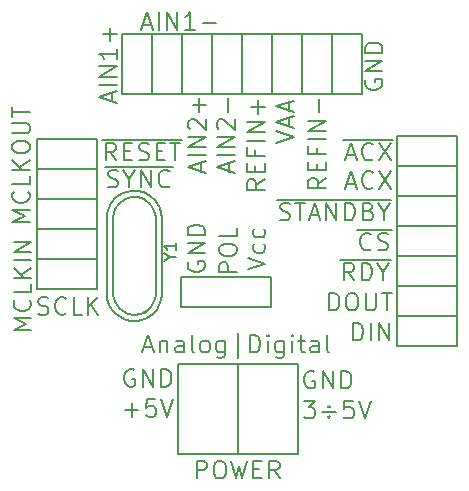
<source format=gbr>
G04 #@! TF.FileFunction,Legend,Top*
%FSLAX46Y46*%
G04 Gerber Fmt 4.6, Leading zero omitted, Abs format (unit mm)*
G04 Created by KiCad (PCBNEW 0.201512211246+6391~39~ubuntu15.10.1-stable) date St 23. prosinec 2015, 13:52:33 CET*
%MOMM*%
G01*
G04 APERTURE LIST*
%ADD10C,0.150000*%
%ADD11C,0.200000*%
%ADD12R,1.924000X1.924000*%
%ADD13C,6.400000*%
%ADD14C,1.901140*%
G04 APERTURE END LIST*
D10*
X136601714Y-114027571D02*
X136601714Y-112527571D01*
X137173142Y-112527571D01*
X137316000Y-112599000D01*
X137387428Y-112670429D01*
X137458857Y-112813286D01*
X137458857Y-113027571D01*
X137387428Y-113170429D01*
X137316000Y-113241857D01*
X137173142Y-113313286D01*
X136601714Y-113313286D01*
X138387428Y-112527571D02*
X138673142Y-112527571D01*
X138816000Y-112599000D01*
X138958857Y-112741857D01*
X139030285Y-113027571D01*
X139030285Y-113527571D01*
X138958857Y-113813286D01*
X138816000Y-113956143D01*
X138673142Y-114027571D01*
X138387428Y-114027571D01*
X138244571Y-113956143D01*
X138101714Y-113813286D01*
X138030285Y-113527571D01*
X138030285Y-113027571D01*
X138101714Y-112741857D01*
X138244571Y-112599000D01*
X138387428Y-112527571D01*
X139530286Y-112527571D02*
X139887429Y-114027571D01*
X140173143Y-112956143D01*
X140458857Y-114027571D01*
X140816000Y-112527571D01*
X141387429Y-113241857D02*
X141887429Y-113241857D01*
X142101715Y-114027571D02*
X141387429Y-114027571D01*
X141387429Y-112527571D01*
X142101715Y-112527571D01*
X143601715Y-114027571D02*
X143101715Y-113313286D01*
X142744572Y-114027571D02*
X142744572Y-112527571D01*
X143316000Y-112527571D01*
X143458858Y-112599000D01*
X143530286Y-112670429D01*
X143601715Y-112813286D01*
X143601715Y-113027571D01*
X143530286Y-113170429D01*
X143458858Y-113241857D01*
X143316000Y-113313286D01*
X142744572Y-113313286D01*
X140895571Y-96338714D02*
X142395571Y-95838714D01*
X140895571Y-95338714D01*
X142324143Y-94195857D02*
X142395571Y-94338714D01*
X142395571Y-94624428D01*
X142324143Y-94767286D01*
X142252714Y-94838714D01*
X142109857Y-94910143D01*
X141681286Y-94910143D01*
X141538429Y-94838714D01*
X141467000Y-94767286D01*
X141395571Y-94624428D01*
X141395571Y-94338714D01*
X141467000Y-94195857D01*
X142324143Y-92910143D02*
X142395571Y-93053000D01*
X142395571Y-93338714D01*
X142324143Y-93481572D01*
X142252714Y-93553000D01*
X142109857Y-93624429D01*
X141681286Y-93624429D01*
X141538429Y-93553000D01*
X141467000Y-93481572D01*
X141395571Y-93338714D01*
X141395571Y-93053000D01*
X141467000Y-92910143D01*
X135887000Y-95695857D02*
X135815571Y-95838714D01*
X135815571Y-96053000D01*
X135887000Y-96267285D01*
X136029857Y-96410143D01*
X136172714Y-96481571D01*
X136458429Y-96553000D01*
X136672714Y-96553000D01*
X136958429Y-96481571D01*
X137101286Y-96410143D01*
X137244143Y-96267285D01*
X137315571Y-96053000D01*
X137315571Y-95910143D01*
X137244143Y-95695857D01*
X137172714Y-95624428D01*
X136672714Y-95624428D01*
X136672714Y-95910143D01*
X137315571Y-94981571D02*
X135815571Y-94981571D01*
X137315571Y-94124428D01*
X135815571Y-94124428D01*
X137315571Y-93410142D02*
X135815571Y-93410142D01*
X135815571Y-93052999D01*
X135887000Y-92838714D01*
X136029857Y-92695856D01*
X136172714Y-92624428D01*
X136458429Y-92552999D01*
X136672714Y-92552999D01*
X136958429Y-92624428D01*
X137101286Y-92695856D01*
X137244143Y-92838714D01*
X137315571Y-93052999D01*
X137315571Y-93410142D01*
X146543143Y-104979000D02*
X146400286Y-104907571D01*
X146186000Y-104907571D01*
X145971715Y-104979000D01*
X145828857Y-105121857D01*
X145757429Y-105264714D01*
X145686000Y-105550429D01*
X145686000Y-105764714D01*
X145757429Y-106050429D01*
X145828857Y-106193286D01*
X145971715Y-106336143D01*
X146186000Y-106407571D01*
X146328857Y-106407571D01*
X146543143Y-106336143D01*
X146614572Y-106264714D01*
X146614572Y-105764714D01*
X146328857Y-105764714D01*
X147257429Y-106407571D02*
X147257429Y-104907571D01*
X148114572Y-106407571D01*
X148114572Y-104907571D01*
X148828858Y-106407571D02*
X148828858Y-104907571D01*
X149186001Y-104907571D01*
X149400286Y-104979000D01*
X149543144Y-105121857D01*
X149614572Y-105264714D01*
X149686001Y-105550429D01*
X149686001Y-105764714D01*
X149614572Y-106050429D01*
X149543144Y-106193286D01*
X149400286Y-106336143D01*
X149186001Y-106407571D01*
X148828858Y-106407571D01*
X131303143Y-104852000D02*
X131160286Y-104780571D01*
X130946000Y-104780571D01*
X130731715Y-104852000D01*
X130588857Y-104994857D01*
X130517429Y-105137714D01*
X130446000Y-105423429D01*
X130446000Y-105637714D01*
X130517429Y-105923429D01*
X130588857Y-106066286D01*
X130731715Y-106209143D01*
X130946000Y-106280571D01*
X131088857Y-106280571D01*
X131303143Y-106209143D01*
X131374572Y-106137714D01*
X131374572Y-105637714D01*
X131088857Y-105637714D01*
X132017429Y-106280571D02*
X132017429Y-104780571D01*
X132874572Y-106280571D01*
X132874572Y-104780571D01*
X133588858Y-106280571D02*
X133588858Y-104780571D01*
X133946001Y-104780571D01*
X134160286Y-104852000D01*
X134303144Y-104994857D01*
X134374572Y-105137714D01*
X134446001Y-105423429D01*
X134446001Y-105637714D01*
X134374572Y-105923429D01*
X134303144Y-106066286D01*
X134160286Y-106209143D01*
X133946001Y-106280571D01*
X133588858Y-106280571D01*
D11*
X132117571Y-102931000D02*
X132831857Y-102931000D01*
X131974714Y-103359571D02*
X132474714Y-101859571D01*
X132974714Y-103359571D01*
X133474714Y-102359571D02*
X133474714Y-103359571D01*
X133474714Y-102502429D02*
X133546142Y-102431000D01*
X133689000Y-102359571D01*
X133903285Y-102359571D01*
X134046142Y-102431000D01*
X134117571Y-102573857D01*
X134117571Y-103359571D01*
X135474714Y-103359571D02*
X135474714Y-102573857D01*
X135403285Y-102431000D01*
X135260428Y-102359571D01*
X134974714Y-102359571D01*
X134831857Y-102431000D01*
X135474714Y-103288143D02*
X135331857Y-103359571D01*
X134974714Y-103359571D01*
X134831857Y-103288143D01*
X134760428Y-103145286D01*
X134760428Y-103002429D01*
X134831857Y-102859571D01*
X134974714Y-102788143D01*
X135331857Y-102788143D01*
X135474714Y-102716714D01*
X136403286Y-103359571D02*
X136260428Y-103288143D01*
X136189000Y-103145286D01*
X136189000Y-101859571D01*
X137189000Y-103359571D02*
X137046142Y-103288143D01*
X136974714Y-103216714D01*
X136903285Y-103073857D01*
X136903285Y-102645286D01*
X136974714Y-102502429D01*
X137046142Y-102431000D01*
X137189000Y-102359571D01*
X137403285Y-102359571D01*
X137546142Y-102431000D01*
X137617571Y-102502429D01*
X137689000Y-102645286D01*
X137689000Y-103073857D01*
X137617571Y-103216714D01*
X137546142Y-103288143D01*
X137403285Y-103359571D01*
X137189000Y-103359571D01*
X138974714Y-102359571D02*
X138974714Y-103573857D01*
X138903285Y-103716714D01*
X138831857Y-103788143D01*
X138689000Y-103859571D01*
X138474714Y-103859571D01*
X138331857Y-103788143D01*
X138974714Y-103288143D02*
X138831857Y-103359571D01*
X138546143Y-103359571D01*
X138403285Y-103288143D01*
X138331857Y-103216714D01*
X138260428Y-103073857D01*
X138260428Y-102645286D01*
X138331857Y-102502429D01*
X138403285Y-102431000D01*
X138546143Y-102359571D01*
X138831857Y-102359571D01*
X138974714Y-102431000D01*
X140046143Y-103859571D02*
X140046143Y-101716714D01*
X141117571Y-103359571D02*
X141117571Y-101859571D01*
X141474714Y-101859571D01*
X141688999Y-101931000D01*
X141831857Y-102073857D01*
X141903285Y-102216714D01*
X141974714Y-102502429D01*
X141974714Y-102716714D01*
X141903285Y-103002429D01*
X141831857Y-103145286D01*
X141688999Y-103288143D01*
X141474714Y-103359571D01*
X141117571Y-103359571D01*
X142617571Y-103359571D02*
X142617571Y-102359571D01*
X142617571Y-101859571D02*
X142546142Y-101931000D01*
X142617571Y-102002429D01*
X142688999Y-101931000D01*
X142617571Y-101859571D01*
X142617571Y-102002429D01*
X143974714Y-102359571D02*
X143974714Y-103573857D01*
X143903285Y-103716714D01*
X143831857Y-103788143D01*
X143689000Y-103859571D01*
X143474714Y-103859571D01*
X143331857Y-103788143D01*
X143974714Y-103288143D02*
X143831857Y-103359571D01*
X143546143Y-103359571D01*
X143403285Y-103288143D01*
X143331857Y-103216714D01*
X143260428Y-103073857D01*
X143260428Y-102645286D01*
X143331857Y-102502429D01*
X143403285Y-102431000D01*
X143546143Y-102359571D01*
X143831857Y-102359571D01*
X143974714Y-102431000D01*
X144689000Y-103359571D02*
X144689000Y-102359571D01*
X144689000Y-101859571D02*
X144617571Y-101931000D01*
X144689000Y-102002429D01*
X144760428Y-101931000D01*
X144689000Y-101859571D01*
X144689000Y-102002429D01*
X145189000Y-102359571D02*
X145760429Y-102359571D01*
X145403286Y-101859571D02*
X145403286Y-103145286D01*
X145474714Y-103288143D01*
X145617572Y-103359571D01*
X145760429Y-103359571D01*
X146903286Y-103359571D02*
X146903286Y-102573857D01*
X146831857Y-102431000D01*
X146689000Y-102359571D01*
X146403286Y-102359571D01*
X146260429Y-102431000D01*
X146903286Y-103288143D02*
X146760429Y-103359571D01*
X146403286Y-103359571D01*
X146260429Y-103288143D01*
X146189000Y-103145286D01*
X146189000Y-103002429D01*
X146260429Y-102859571D01*
X146403286Y-102788143D01*
X146760429Y-102788143D01*
X146903286Y-102716714D01*
X147831858Y-103359571D02*
X147689000Y-103288143D01*
X147617572Y-103145286D01*
X147617572Y-101859571D01*
D10*
X132763500Y-76392000D02*
X135303500Y-76392000D01*
X135303500Y-76392000D02*
X135303500Y-81472000D01*
X135303500Y-81472000D02*
X132763500Y-81472000D01*
X132763500Y-81472000D02*
X132763500Y-76392000D01*
X145146000Y-111952000D02*
X140066000Y-111952000D01*
X140066000Y-111952000D02*
X140066000Y-104332000D01*
X140066000Y-104332000D02*
X145146000Y-104332000D01*
X145146000Y-104332000D02*
X145146000Y-111952000D01*
X153528000Y-90108000D02*
X153528000Y-87568000D01*
X153528000Y-87568000D02*
X158608000Y-87568000D01*
X158608000Y-87568000D02*
X158608000Y-90108000D01*
X158608000Y-90108000D02*
X153528000Y-90108000D01*
X153528000Y-87568000D02*
X153528000Y-85028000D01*
X153528000Y-85028000D02*
X158608000Y-85028000D01*
X158608000Y-85028000D02*
X158608000Y-87568000D01*
X158608000Y-87568000D02*
X153528000Y-87568000D01*
X130223500Y-76392000D02*
X132763500Y-76392000D01*
X132763500Y-76392000D02*
X132763500Y-81472000D01*
X132763500Y-81472000D02*
X130223500Y-81472000D01*
X130223500Y-81472000D02*
X130223500Y-76392000D01*
X135303500Y-76392000D02*
X137843500Y-76392000D01*
X137843500Y-76392000D02*
X137843500Y-81472000D01*
X137843500Y-81472000D02*
X135303500Y-81472000D01*
X135303500Y-81472000D02*
X135303500Y-76392000D01*
X140383500Y-81472000D02*
X137843500Y-81472000D01*
X137843500Y-81472000D02*
X137843500Y-76392000D01*
X137843500Y-76392000D02*
X140383500Y-76392000D01*
X140383500Y-76392000D02*
X140383500Y-81472000D01*
X148018500Y-81470500D02*
X145478500Y-81470500D01*
X145478500Y-81470500D02*
X145478500Y-76390500D01*
X145478500Y-76390500D02*
X148018500Y-76390500D01*
X148018500Y-76390500D02*
X148018500Y-81470500D01*
X142923500Y-81472000D02*
X140383500Y-81472000D01*
X140383500Y-81472000D02*
X140383500Y-76392000D01*
X140383500Y-76392000D02*
X142923500Y-76392000D01*
X142923500Y-76392000D02*
X142923500Y-81472000D01*
X142860000Y-96966000D02*
X142860000Y-99506000D01*
X142860000Y-99506000D02*
X135240000Y-99506000D01*
X135240000Y-99506000D02*
X135240000Y-96966000D01*
X135240000Y-96966000D02*
X142860000Y-96966000D01*
X123048000Y-87822000D02*
X123048000Y-85282000D01*
X123048000Y-85282000D02*
X128128000Y-85282000D01*
X128128000Y-85282000D02*
X128128000Y-87822000D01*
X128128000Y-87822000D02*
X123048000Y-87822000D01*
X123048000Y-90362000D02*
X123048000Y-87822000D01*
X123048000Y-87822000D02*
X128128000Y-87822000D01*
X128128000Y-87822000D02*
X128128000Y-90362000D01*
X128128000Y-90362000D02*
X123048000Y-90362000D01*
X153528000Y-97728000D02*
X153528000Y-95188000D01*
X153528000Y-95188000D02*
X158608000Y-95188000D01*
X158608000Y-95188000D02*
X158608000Y-97728000D01*
X158608000Y-97728000D02*
X153528000Y-97728000D01*
X153528000Y-95188000D02*
X153528000Y-92648000D01*
X153528000Y-92648000D02*
X158608000Y-92648000D01*
X158608000Y-92648000D02*
X158608000Y-95188000D01*
X158608000Y-95188000D02*
X153528000Y-95188000D01*
X123048000Y-97982000D02*
X123048000Y-95442000D01*
X123048000Y-95442000D02*
X128128000Y-95442000D01*
X128128000Y-95442000D02*
X128128000Y-97982000D01*
X128128000Y-97982000D02*
X123048000Y-97982000D01*
X153528000Y-102808000D02*
X153528000Y-100268000D01*
X153528000Y-100268000D02*
X158608000Y-100268000D01*
X158608000Y-100268000D02*
X158608000Y-102808000D01*
X158608000Y-102808000D02*
X153528000Y-102808000D01*
X153528000Y-100268000D02*
X153528000Y-97728000D01*
X153528000Y-97728000D02*
X158608000Y-97728000D01*
X158608000Y-97728000D02*
X158608000Y-100268000D01*
X158608000Y-100268000D02*
X153528000Y-100268000D01*
X153528000Y-92648000D02*
X153528000Y-90108000D01*
X153528000Y-90108000D02*
X158608000Y-90108000D01*
X158608000Y-90108000D02*
X158608000Y-92648000D01*
X158608000Y-92648000D02*
X153528000Y-92648000D01*
X134986000Y-104332000D02*
X140066000Y-104332000D01*
X140066000Y-104332000D02*
X140066000Y-111952000D01*
X140066000Y-111952000D02*
X134986000Y-111952000D01*
X134986000Y-111952000D02*
X134986000Y-104332000D01*
X123048000Y-95442000D02*
X123048000Y-92902000D01*
X123048000Y-92902000D02*
X128128000Y-92902000D01*
X128128000Y-92902000D02*
X128128000Y-95442000D01*
X128128000Y-95442000D02*
X123048000Y-95442000D01*
X123048000Y-92902000D02*
X123048000Y-90362000D01*
X123048000Y-90362000D02*
X128128000Y-90362000D01*
X128128000Y-90362000D02*
X128128000Y-92902000D01*
X128128000Y-92902000D02*
X123048000Y-92902000D01*
X132303760Y-99887000D02*
X131902440Y-100087660D01*
X131902440Y-100087660D02*
X131303000Y-100189260D01*
X131303000Y-100189260D02*
X130802620Y-100087660D01*
X130802620Y-100087660D02*
X130104120Y-99688880D01*
X130104120Y-99688880D02*
X129702800Y-99086900D01*
X129702800Y-99086900D02*
X129502140Y-98487460D01*
X129502140Y-98487460D02*
X129502140Y-91888540D01*
X129502140Y-91888540D02*
X129702800Y-91187500D01*
X129702800Y-91187500D02*
X130002520Y-90788720D01*
X130002520Y-90788720D02*
X130502900Y-90387400D01*
X130502900Y-90387400D02*
X131102340Y-90186740D01*
X131102340Y-90186740D02*
X131602720Y-90186740D01*
X131602720Y-90186740D02*
X132103100Y-90387400D01*
X132103100Y-90387400D02*
X132702540Y-90887780D01*
X132702540Y-90887780D02*
X133002260Y-91388160D01*
X133002260Y-91388160D02*
X133103860Y-91888540D01*
X133103860Y-91987600D02*
X133103860Y-98589060D01*
X133103860Y-98589060D02*
X133002260Y-98987840D01*
X133002260Y-98987840D02*
X132702540Y-99488220D01*
X132702540Y-99488220D02*
X132202160Y-99988600D01*
X133632180Y-91997760D02*
X133583920Y-91538020D01*
X133583920Y-91538020D02*
X133472160Y-91139240D01*
X133472160Y-91139240D02*
X133253720Y-90707440D01*
X133253720Y-90707440D02*
X133022580Y-90417880D01*
X133022580Y-90417880D02*
X132672060Y-90087680D01*
X132672060Y-90087680D02*
X132133580Y-89798120D01*
X132133580Y-89798120D02*
X131534140Y-89668580D01*
X131534140Y-89668580D02*
X131023600Y-89668580D01*
X131023600Y-89668580D02*
X130322560Y-89838760D01*
X130322560Y-89838760D02*
X129733280Y-90237540D01*
X129733280Y-90237540D02*
X129362440Y-90697280D01*
X129362440Y-90697280D02*
X129154160Y-91118920D01*
X129154160Y-91118920D02*
X128994140Y-91568500D01*
X128994140Y-91568500D02*
X128963660Y-92007920D01*
X129182100Y-99348520D02*
X129403080Y-99726980D01*
X129403080Y-99726980D02*
X129682480Y-100047020D01*
X129682480Y-100047020D02*
X130012680Y-100298480D01*
X130012680Y-100298480D02*
X130563860Y-100598200D01*
X130563860Y-100598200D02*
X131033760Y-100707420D01*
X131033760Y-100707420D02*
X131493500Y-100727740D01*
X131493500Y-100727740D02*
X131953240Y-100638840D01*
X131953240Y-100638840D02*
X132402820Y-100448340D01*
X132402820Y-100448340D02*
X132872720Y-100087660D01*
X132872720Y-100087660D02*
X133192760Y-99737140D01*
X133192760Y-99737140D02*
X133423900Y-99348520D01*
X133423900Y-99348520D02*
X133563600Y-98919260D01*
X133563600Y-98919260D02*
X133632180Y-98477300D01*
X128973820Y-91987600D02*
X128973820Y-98439200D01*
X128973820Y-98439200D02*
X129011920Y-98858300D01*
X129011920Y-98858300D02*
X129182100Y-99348520D01*
X133632180Y-91987600D02*
X133632180Y-98439200D01*
X142938500Y-76390500D02*
X145478500Y-76390500D01*
X145478500Y-76390500D02*
X145478500Y-81470500D01*
X145478500Y-81470500D02*
X142938500Y-81470500D01*
X142938500Y-81470500D02*
X142938500Y-76390500D01*
X148018500Y-76390500D02*
X150558500Y-76390500D01*
X150558500Y-76390500D02*
X150558500Y-81470500D01*
X150558500Y-81470500D02*
X148018500Y-81470500D01*
X148018500Y-81470500D02*
X148018500Y-76390500D01*
X132033643Y-75626000D02*
X132747929Y-75626000D01*
X131890786Y-76054571D02*
X132390786Y-74554571D01*
X132890786Y-76054571D01*
X133390786Y-76054571D02*
X133390786Y-74554571D01*
X134105072Y-76054571D02*
X134105072Y-74554571D01*
X134962215Y-76054571D01*
X134962215Y-74554571D01*
X136462215Y-76054571D02*
X135605072Y-76054571D01*
X136033644Y-76054571D02*
X136033644Y-74554571D01*
X135890787Y-74768857D01*
X135747929Y-74911714D01*
X135605072Y-74983143D01*
X137105072Y-75483143D02*
X138247929Y-75483143D01*
X145662287Y-107447571D02*
X146590858Y-107447571D01*
X146090858Y-108019000D01*
X146305144Y-108019000D01*
X146448001Y-108090429D01*
X146519430Y-108161857D01*
X146590858Y-108304714D01*
X146590858Y-108661857D01*
X146519430Y-108804714D01*
X146448001Y-108876143D01*
X146305144Y-108947571D01*
X145876572Y-108947571D01*
X145733715Y-108876143D01*
X145662287Y-108804714D01*
X148376572Y-108376143D02*
X147233715Y-108376143D01*
X147805143Y-108733286D02*
X147876572Y-108804714D01*
X147805143Y-108876143D01*
X147733715Y-108804714D01*
X147805143Y-108733286D01*
X147805143Y-108876143D01*
X147805143Y-107876143D02*
X147876572Y-107947571D01*
X147805143Y-108019000D01*
X147733715Y-107947571D01*
X147805143Y-107876143D01*
X147805143Y-108019000D01*
X149805144Y-107447571D02*
X149090858Y-107447571D01*
X149019429Y-108161857D01*
X149090858Y-108090429D01*
X149233715Y-108019000D01*
X149590858Y-108019000D01*
X149733715Y-108090429D01*
X149805144Y-108161857D01*
X149876572Y-108304714D01*
X149876572Y-108661857D01*
X149805144Y-108804714D01*
X149733715Y-108876143D01*
X149590858Y-108947571D01*
X149233715Y-108947571D01*
X149090858Y-108876143D01*
X149019429Y-108804714D01*
X150305143Y-107447571D02*
X150805143Y-108947571D01*
X151305143Y-107447571D01*
X149293572Y-89088000D02*
X150007858Y-89088000D01*
X149150715Y-89516571D02*
X149650715Y-88016571D01*
X150150715Y-89516571D01*
X151507858Y-89373714D02*
X151436429Y-89445143D01*
X151222143Y-89516571D01*
X151079286Y-89516571D01*
X150865001Y-89445143D01*
X150722143Y-89302286D01*
X150650715Y-89159429D01*
X150579286Y-88873714D01*
X150579286Y-88659429D01*
X150650715Y-88373714D01*
X150722143Y-88230857D01*
X150865001Y-88088000D01*
X151079286Y-88016571D01*
X151222143Y-88016571D01*
X151436429Y-88088000D01*
X151507858Y-88159429D01*
X152007858Y-88016571D02*
X153007858Y-89516571D01*
X153007858Y-88016571D02*
X152007858Y-89516571D01*
X149293572Y-86675000D02*
X150007858Y-86675000D01*
X149150715Y-87103571D02*
X149650715Y-85603571D01*
X150150715Y-87103571D01*
X151507858Y-86960714D02*
X151436429Y-87032143D01*
X151222143Y-87103571D01*
X151079286Y-87103571D01*
X150865001Y-87032143D01*
X150722143Y-86889286D01*
X150650715Y-86746429D01*
X150579286Y-86460714D01*
X150579286Y-86246429D01*
X150650715Y-85960714D01*
X150722143Y-85817857D01*
X150865001Y-85675000D01*
X151079286Y-85603571D01*
X151222143Y-85603571D01*
X151436429Y-85675000D01*
X151507858Y-85746429D01*
X152007858Y-85603571D02*
X153007858Y-87103571D01*
X153007858Y-85603571D02*
X152007858Y-87103571D01*
X149007858Y-85345000D02*
X153222143Y-85345000D01*
X129409000Y-82073357D02*
X129409000Y-81359071D01*
X129837571Y-82216214D02*
X128337571Y-81716214D01*
X129837571Y-81216214D01*
X129837571Y-80716214D02*
X128337571Y-80716214D01*
X129837571Y-80001928D02*
X128337571Y-80001928D01*
X129837571Y-79144785D01*
X128337571Y-79144785D01*
X129837571Y-77644785D02*
X129837571Y-78501928D01*
X129837571Y-78073356D02*
X128337571Y-78073356D01*
X128551857Y-78216213D01*
X128694714Y-78359071D01*
X128766143Y-78501928D01*
X129266143Y-77001928D02*
X129266143Y-75859071D01*
X129837571Y-76430500D02*
X128694714Y-76430500D01*
X136950500Y-88043857D02*
X136950500Y-87329571D01*
X137379071Y-88186714D02*
X135879071Y-87686714D01*
X137379071Y-87186714D01*
X137379071Y-86686714D02*
X135879071Y-86686714D01*
X137379071Y-85972428D02*
X135879071Y-85972428D01*
X137379071Y-85115285D01*
X135879071Y-85115285D01*
X136021929Y-84472428D02*
X135950500Y-84400999D01*
X135879071Y-84258142D01*
X135879071Y-83900999D01*
X135950500Y-83758142D01*
X136021929Y-83686713D01*
X136164786Y-83615285D01*
X136307643Y-83615285D01*
X136521929Y-83686713D01*
X137379071Y-84543856D01*
X137379071Y-83615285D01*
X136807643Y-82972428D02*
X136807643Y-81829571D01*
X137379071Y-82401000D02*
X136236214Y-82401000D01*
X139363500Y-88043857D02*
X139363500Y-87329571D01*
X139792071Y-88186714D02*
X138292071Y-87686714D01*
X139792071Y-87186714D01*
X139792071Y-86686714D02*
X138292071Y-86686714D01*
X139792071Y-85972428D02*
X138292071Y-85972428D01*
X139792071Y-85115285D01*
X138292071Y-85115285D01*
X138434929Y-84472428D02*
X138363500Y-84400999D01*
X138292071Y-84258142D01*
X138292071Y-83900999D01*
X138363500Y-83758142D01*
X138434929Y-83686713D01*
X138577786Y-83615285D01*
X138720643Y-83615285D01*
X138934929Y-83686713D01*
X139792071Y-84543856D01*
X139792071Y-83615285D01*
X139220643Y-82972428D02*
X139220643Y-81829571D01*
X147554071Y-88590071D02*
X146839786Y-89090071D01*
X147554071Y-89447214D02*
X146054071Y-89447214D01*
X146054071Y-88875786D01*
X146125500Y-88732928D01*
X146196929Y-88661500D01*
X146339786Y-88590071D01*
X146554071Y-88590071D01*
X146696929Y-88661500D01*
X146768357Y-88732928D01*
X146839786Y-88875786D01*
X146839786Y-89447214D01*
X146768357Y-87947214D02*
X146768357Y-87447214D01*
X147554071Y-87232928D02*
X147554071Y-87947214D01*
X146054071Y-87947214D01*
X146054071Y-87232928D01*
X146768357Y-86090071D02*
X146768357Y-86590071D01*
X147554071Y-86590071D02*
X146054071Y-86590071D01*
X146054071Y-85875785D01*
X147554071Y-85304357D02*
X146054071Y-85304357D01*
X147554071Y-84590071D02*
X146054071Y-84590071D01*
X147554071Y-83732928D01*
X146054071Y-83732928D01*
X146982643Y-83018642D02*
X146982643Y-81875785D01*
X142332071Y-88718571D02*
X141617786Y-89218571D01*
X142332071Y-89575714D02*
X140832071Y-89575714D01*
X140832071Y-89004286D01*
X140903500Y-88861428D01*
X140974929Y-88790000D01*
X141117786Y-88718571D01*
X141332071Y-88718571D01*
X141474929Y-88790000D01*
X141546357Y-88861428D01*
X141617786Y-89004286D01*
X141617786Y-89575714D01*
X141546357Y-88075714D02*
X141546357Y-87575714D01*
X142332071Y-87361428D02*
X142332071Y-88075714D01*
X140832071Y-88075714D01*
X140832071Y-87361428D01*
X141546357Y-86218571D02*
X141546357Y-86718571D01*
X142332071Y-86718571D02*
X140832071Y-86718571D01*
X140832071Y-86004285D01*
X142332071Y-85432857D02*
X140832071Y-85432857D01*
X142332071Y-84718571D02*
X140832071Y-84718571D01*
X142332071Y-83861428D01*
X140832071Y-83861428D01*
X141760643Y-83147142D02*
X141760643Y-82004285D01*
X142332071Y-82575714D02*
X141189214Y-82575714D01*
X139982571Y-96592714D02*
X138482571Y-96592714D01*
X138482571Y-96021286D01*
X138554000Y-95878428D01*
X138625429Y-95807000D01*
X138768286Y-95735571D01*
X138982571Y-95735571D01*
X139125429Y-95807000D01*
X139196857Y-95878428D01*
X139268286Y-96021286D01*
X139268286Y-96592714D01*
X138482571Y-94807000D02*
X138482571Y-94521286D01*
X138554000Y-94378428D01*
X138696857Y-94235571D01*
X138982571Y-94164143D01*
X139482571Y-94164143D01*
X139768286Y-94235571D01*
X139911143Y-94378428D01*
X139982571Y-94521286D01*
X139982571Y-94807000D01*
X139911143Y-94949857D01*
X139768286Y-95092714D01*
X139482571Y-95164143D01*
X138982571Y-95164143D01*
X138696857Y-95092714D01*
X138554000Y-94949857D01*
X138482571Y-94807000D01*
X139982571Y-92806999D02*
X139982571Y-93521285D01*
X138482571Y-93521285D01*
X129759429Y-87103571D02*
X129259429Y-86389286D01*
X128902286Y-87103571D02*
X128902286Y-85603571D01*
X129473714Y-85603571D01*
X129616572Y-85675000D01*
X129688000Y-85746429D01*
X129759429Y-85889286D01*
X129759429Y-86103571D01*
X129688000Y-86246429D01*
X129616572Y-86317857D01*
X129473714Y-86389286D01*
X128902286Y-86389286D01*
X130402286Y-86317857D02*
X130902286Y-86317857D01*
X131116572Y-87103571D02*
X130402286Y-87103571D01*
X130402286Y-85603571D01*
X131116572Y-85603571D01*
X131688000Y-87032143D02*
X131902286Y-87103571D01*
X132259429Y-87103571D01*
X132402286Y-87032143D01*
X132473715Y-86960714D01*
X132545143Y-86817857D01*
X132545143Y-86675000D01*
X132473715Y-86532143D01*
X132402286Y-86460714D01*
X132259429Y-86389286D01*
X131973715Y-86317857D01*
X131830857Y-86246429D01*
X131759429Y-86175000D01*
X131688000Y-86032143D01*
X131688000Y-85889286D01*
X131759429Y-85746429D01*
X131830857Y-85675000D01*
X131973715Y-85603571D01*
X132330857Y-85603571D01*
X132545143Y-85675000D01*
X133188000Y-86317857D02*
X133688000Y-86317857D01*
X133902286Y-87103571D02*
X133188000Y-87103571D01*
X133188000Y-85603571D01*
X133902286Y-85603571D01*
X134330857Y-85603571D02*
X135188000Y-85603571D01*
X134759429Y-87103571D02*
X134759429Y-85603571D01*
X128545143Y-85345000D02*
X135330857Y-85345000D01*
X129076857Y-89318143D02*
X129291143Y-89389571D01*
X129648286Y-89389571D01*
X129791143Y-89318143D01*
X129862572Y-89246714D01*
X129934000Y-89103857D01*
X129934000Y-88961000D01*
X129862572Y-88818143D01*
X129791143Y-88746714D01*
X129648286Y-88675286D01*
X129362572Y-88603857D01*
X129219714Y-88532429D01*
X129148286Y-88461000D01*
X129076857Y-88318143D01*
X129076857Y-88175286D01*
X129148286Y-88032429D01*
X129219714Y-87961000D01*
X129362572Y-87889571D01*
X129719714Y-87889571D01*
X129934000Y-87961000D01*
X130862571Y-88675286D02*
X130862571Y-89389571D01*
X130362571Y-87889571D02*
X130862571Y-88675286D01*
X131362571Y-87889571D01*
X131862571Y-89389571D02*
X131862571Y-87889571D01*
X132719714Y-89389571D01*
X132719714Y-87889571D01*
X134291143Y-89246714D02*
X134219714Y-89318143D01*
X134005428Y-89389571D01*
X133862571Y-89389571D01*
X133648286Y-89318143D01*
X133505428Y-89175286D01*
X133434000Y-89032429D01*
X133362571Y-88746714D01*
X133362571Y-88532429D01*
X133434000Y-88246714D01*
X133505428Y-88103857D01*
X133648286Y-87961000D01*
X133862571Y-87889571D01*
X134005428Y-87889571D01*
X134219714Y-87961000D01*
X134291143Y-88032429D01*
X128791143Y-87631000D02*
X134576857Y-87631000D01*
X149932429Y-97263571D02*
X149432429Y-96549286D01*
X149075286Y-97263571D02*
X149075286Y-95763571D01*
X149646714Y-95763571D01*
X149789572Y-95835000D01*
X149861000Y-95906429D01*
X149932429Y-96049286D01*
X149932429Y-96263571D01*
X149861000Y-96406429D01*
X149789572Y-96477857D01*
X149646714Y-96549286D01*
X149075286Y-96549286D01*
X150575286Y-97263571D02*
X150575286Y-95763571D01*
X150932429Y-95763571D01*
X151146714Y-95835000D01*
X151289572Y-95977857D01*
X151361000Y-96120714D01*
X151432429Y-96406429D01*
X151432429Y-96620714D01*
X151361000Y-96906429D01*
X151289572Y-97049286D01*
X151146714Y-97192143D01*
X150932429Y-97263571D01*
X150575286Y-97263571D01*
X152361000Y-96549286D02*
X152361000Y-97263571D01*
X151861000Y-95763571D02*
X152361000Y-96549286D01*
X152861000Y-95763571D01*
X148718143Y-95505000D02*
X153003857Y-95505000D01*
X151373001Y-94580714D02*
X151301572Y-94652143D01*
X151087286Y-94723571D01*
X150944429Y-94723571D01*
X150730144Y-94652143D01*
X150587286Y-94509286D01*
X150515858Y-94366429D01*
X150444429Y-94080714D01*
X150444429Y-93866429D01*
X150515858Y-93580714D01*
X150587286Y-93437857D01*
X150730144Y-93295000D01*
X150944429Y-93223571D01*
X151087286Y-93223571D01*
X151301572Y-93295000D01*
X151373001Y-93366429D01*
X151944429Y-94652143D02*
X152158715Y-94723571D01*
X152515858Y-94723571D01*
X152658715Y-94652143D01*
X152730144Y-94580714D01*
X152801572Y-94437857D01*
X152801572Y-94295000D01*
X152730144Y-94152143D01*
X152658715Y-94080714D01*
X152515858Y-94009286D01*
X152230144Y-93937857D01*
X152087286Y-93866429D01*
X152015858Y-93795000D01*
X151944429Y-93652143D01*
X151944429Y-93509286D01*
X152015858Y-93366429D01*
X152087286Y-93295000D01*
X152230144Y-93223571D01*
X152587286Y-93223571D01*
X152801572Y-93295000D01*
X150158715Y-92965000D02*
X153087286Y-92965000D01*
X123179286Y-100113143D02*
X123393572Y-100184571D01*
X123750715Y-100184571D01*
X123893572Y-100113143D01*
X123965001Y-100041714D01*
X124036429Y-99898857D01*
X124036429Y-99756000D01*
X123965001Y-99613143D01*
X123893572Y-99541714D01*
X123750715Y-99470286D01*
X123465001Y-99398857D01*
X123322143Y-99327429D01*
X123250715Y-99256000D01*
X123179286Y-99113143D01*
X123179286Y-98970286D01*
X123250715Y-98827429D01*
X123322143Y-98756000D01*
X123465001Y-98684571D01*
X123822143Y-98684571D01*
X124036429Y-98756000D01*
X125536429Y-100041714D02*
X125465000Y-100113143D01*
X125250714Y-100184571D01*
X125107857Y-100184571D01*
X124893572Y-100113143D01*
X124750714Y-99970286D01*
X124679286Y-99827429D01*
X124607857Y-99541714D01*
X124607857Y-99327429D01*
X124679286Y-99041714D01*
X124750714Y-98898857D01*
X124893572Y-98756000D01*
X125107857Y-98684571D01*
X125250714Y-98684571D01*
X125465000Y-98756000D01*
X125536429Y-98827429D01*
X126893572Y-100184571D02*
X126179286Y-100184571D01*
X126179286Y-98684571D01*
X127393572Y-100184571D02*
X127393572Y-98684571D01*
X128250715Y-100184571D02*
X127607858Y-99327429D01*
X128250715Y-98684571D02*
X127393572Y-99541714D01*
X149833286Y-102343571D02*
X149833286Y-100843571D01*
X150190429Y-100843571D01*
X150404714Y-100915000D01*
X150547572Y-101057857D01*
X150619000Y-101200714D01*
X150690429Y-101486429D01*
X150690429Y-101700714D01*
X150619000Y-101986429D01*
X150547572Y-102129286D01*
X150404714Y-102272143D01*
X150190429Y-102343571D01*
X149833286Y-102343571D01*
X151333286Y-102343571D02*
X151333286Y-100843571D01*
X152047572Y-102343571D02*
X152047572Y-100843571D01*
X152904715Y-102343571D01*
X152904715Y-100843571D01*
X147817286Y-99803571D02*
X147817286Y-98303571D01*
X148174429Y-98303571D01*
X148388714Y-98375000D01*
X148531572Y-98517857D01*
X148603000Y-98660714D01*
X148674429Y-98946429D01*
X148674429Y-99160714D01*
X148603000Y-99446429D01*
X148531572Y-99589286D01*
X148388714Y-99732143D01*
X148174429Y-99803571D01*
X147817286Y-99803571D01*
X149603000Y-98303571D02*
X149888714Y-98303571D01*
X150031572Y-98375000D01*
X150174429Y-98517857D01*
X150245857Y-98803571D01*
X150245857Y-99303571D01*
X150174429Y-99589286D01*
X150031572Y-99732143D01*
X149888714Y-99803571D01*
X149603000Y-99803571D01*
X149460143Y-99732143D01*
X149317286Y-99589286D01*
X149245857Y-99303571D01*
X149245857Y-98803571D01*
X149317286Y-98517857D01*
X149460143Y-98375000D01*
X149603000Y-98303571D01*
X150888715Y-98303571D02*
X150888715Y-99517857D01*
X150960143Y-99660714D01*
X151031572Y-99732143D01*
X151174429Y-99803571D01*
X151460143Y-99803571D01*
X151603001Y-99732143D01*
X151674429Y-99660714D01*
X151745858Y-99517857D01*
X151745858Y-98303571D01*
X152245858Y-98303571D02*
X153103001Y-98303571D01*
X152674430Y-99803571D02*
X152674430Y-98303571D01*
X143637572Y-92112143D02*
X143851858Y-92183571D01*
X144209001Y-92183571D01*
X144351858Y-92112143D01*
X144423287Y-92040714D01*
X144494715Y-91897857D01*
X144494715Y-91755000D01*
X144423287Y-91612143D01*
X144351858Y-91540714D01*
X144209001Y-91469286D01*
X143923287Y-91397857D01*
X143780429Y-91326429D01*
X143709001Y-91255000D01*
X143637572Y-91112143D01*
X143637572Y-90969286D01*
X143709001Y-90826429D01*
X143780429Y-90755000D01*
X143923287Y-90683571D01*
X144280429Y-90683571D01*
X144494715Y-90755000D01*
X144923286Y-90683571D02*
X145780429Y-90683571D01*
X145351858Y-92183571D02*
X145351858Y-90683571D01*
X146209000Y-91755000D02*
X146923286Y-91755000D01*
X146066143Y-92183571D02*
X146566143Y-90683571D01*
X147066143Y-92183571D01*
X147566143Y-92183571D02*
X147566143Y-90683571D01*
X148423286Y-92183571D01*
X148423286Y-90683571D01*
X149137572Y-92183571D02*
X149137572Y-90683571D01*
X149494715Y-90683571D01*
X149709000Y-90755000D01*
X149851858Y-90897857D01*
X149923286Y-91040714D01*
X149994715Y-91326429D01*
X149994715Y-91540714D01*
X149923286Y-91826429D01*
X149851858Y-91969286D01*
X149709000Y-92112143D01*
X149494715Y-92183571D01*
X149137572Y-92183571D01*
X151137572Y-91397857D02*
X151351858Y-91469286D01*
X151423286Y-91540714D01*
X151494715Y-91683571D01*
X151494715Y-91897857D01*
X151423286Y-92040714D01*
X151351858Y-92112143D01*
X151209000Y-92183571D01*
X150637572Y-92183571D01*
X150637572Y-90683571D01*
X151137572Y-90683571D01*
X151280429Y-90755000D01*
X151351858Y-90826429D01*
X151423286Y-90969286D01*
X151423286Y-91112143D01*
X151351858Y-91255000D01*
X151280429Y-91326429D01*
X151137572Y-91397857D01*
X150637572Y-91397857D01*
X152423286Y-91469286D02*
X152423286Y-92183571D01*
X151923286Y-90683571D02*
X152423286Y-91469286D01*
X152923286Y-90683571D01*
X143351858Y-90425000D02*
X153066143Y-90425000D01*
X130517429Y-108249143D02*
X131660286Y-108249143D01*
X131088857Y-108820571D02*
X131088857Y-107677714D01*
X133088858Y-107320571D02*
X132374572Y-107320571D01*
X132303143Y-108034857D01*
X132374572Y-107963429D01*
X132517429Y-107892000D01*
X132874572Y-107892000D01*
X133017429Y-107963429D01*
X133088858Y-108034857D01*
X133160286Y-108177714D01*
X133160286Y-108534857D01*
X133088858Y-108677714D01*
X133017429Y-108749143D01*
X132874572Y-108820571D01*
X132517429Y-108820571D01*
X132374572Y-108749143D01*
X132303143Y-108677714D01*
X133588857Y-107320571D02*
X134088857Y-108820571D01*
X134588857Y-107320571D01*
X122583571Y-101478000D02*
X121083571Y-101478000D01*
X122155000Y-100978000D01*
X121083571Y-100478000D01*
X122583571Y-100478000D01*
X122440714Y-98906571D02*
X122512143Y-98978000D01*
X122583571Y-99192286D01*
X122583571Y-99335143D01*
X122512143Y-99549428D01*
X122369286Y-99692286D01*
X122226429Y-99763714D01*
X121940714Y-99835143D01*
X121726429Y-99835143D01*
X121440714Y-99763714D01*
X121297857Y-99692286D01*
X121155000Y-99549428D01*
X121083571Y-99335143D01*
X121083571Y-99192286D01*
X121155000Y-98978000D01*
X121226429Y-98906571D01*
X122583571Y-97549428D02*
X122583571Y-98263714D01*
X121083571Y-98263714D01*
X122583571Y-97049428D02*
X121083571Y-97049428D01*
X122583571Y-96192285D02*
X121726429Y-96835142D01*
X121083571Y-96192285D02*
X121940714Y-97049428D01*
X122583571Y-95549428D02*
X121083571Y-95549428D01*
X122583571Y-94835142D02*
X121083571Y-94835142D01*
X122583571Y-93977999D01*
X121083571Y-93977999D01*
X122456571Y-92318000D02*
X120956571Y-92318000D01*
X122028000Y-91818000D01*
X120956571Y-91318000D01*
X122456571Y-91318000D01*
X122313714Y-89746571D02*
X122385143Y-89818000D01*
X122456571Y-90032286D01*
X122456571Y-90175143D01*
X122385143Y-90389428D01*
X122242286Y-90532286D01*
X122099429Y-90603714D01*
X121813714Y-90675143D01*
X121599429Y-90675143D01*
X121313714Y-90603714D01*
X121170857Y-90532286D01*
X121028000Y-90389428D01*
X120956571Y-90175143D01*
X120956571Y-90032286D01*
X121028000Y-89818000D01*
X121099429Y-89746571D01*
X122456571Y-88389428D02*
X122456571Y-89103714D01*
X120956571Y-89103714D01*
X122456571Y-87889428D02*
X120956571Y-87889428D01*
X122456571Y-87032285D02*
X121599429Y-87675142D01*
X120956571Y-87032285D02*
X121813714Y-87889428D01*
X120956571Y-86103714D02*
X120956571Y-85818000D01*
X121028000Y-85675142D01*
X121170857Y-85532285D01*
X121456571Y-85460857D01*
X121956571Y-85460857D01*
X122242286Y-85532285D01*
X122385143Y-85675142D01*
X122456571Y-85818000D01*
X122456571Y-86103714D01*
X122385143Y-86246571D01*
X122242286Y-86389428D01*
X121956571Y-86460857D01*
X121456571Y-86460857D01*
X121170857Y-86389428D01*
X121028000Y-86246571D01*
X120956571Y-86103714D01*
X120956571Y-84817999D02*
X122170857Y-84817999D01*
X122313714Y-84746571D01*
X122385143Y-84675142D01*
X122456571Y-84532285D01*
X122456571Y-84246571D01*
X122385143Y-84103713D01*
X122313714Y-84032285D01*
X122170857Y-83960856D01*
X120956571Y-83960856D01*
X120956571Y-83460856D02*
X120956571Y-82603713D01*
X122456571Y-83032284D02*
X120956571Y-83032284D01*
X134327190Y-95283191D02*
X134803381Y-95283191D01*
X133803381Y-95616524D02*
X134327190Y-95283191D01*
X133803381Y-94949857D01*
X134803381Y-94092714D02*
X134803381Y-94664143D01*
X134803381Y-94378429D02*
X133803381Y-94378429D01*
X133946238Y-94473667D01*
X134041476Y-94568905D01*
X134089095Y-94664143D01*
X143323571Y-85605714D02*
X144823571Y-85105714D01*
X143323571Y-84605714D01*
X144395000Y-84177143D02*
X144395000Y-83462857D01*
X144823571Y-84320000D02*
X143323571Y-83820000D01*
X144823571Y-83320000D01*
X144395000Y-82891429D02*
X144395000Y-82177143D01*
X144823571Y-83034286D02*
X143323571Y-82534286D01*
X144823571Y-82034286D01*
X150888000Y-80263857D02*
X150816571Y-80406714D01*
X150816571Y-80621000D01*
X150888000Y-80835285D01*
X151030857Y-80978143D01*
X151173714Y-81049571D01*
X151459429Y-81121000D01*
X151673714Y-81121000D01*
X151959429Y-81049571D01*
X152102286Y-80978143D01*
X152245143Y-80835285D01*
X152316571Y-80621000D01*
X152316571Y-80478143D01*
X152245143Y-80263857D01*
X152173714Y-80192428D01*
X151673714Y-80192428D01*
X151673714Y-80478143D01*
X152316571Y-79549571D02*
X150816571Y-79549571D01*
X152316571Y-78692428D01*
X150816571Y-78692428D01*
X152316571Y-77978142D02*
X150816571Y-77978142D01*
X150816571Y-77620999D01*
X150888000Y-77406714D01*
X151030857Y-77263856D01*
X151173714Y-77192428D01*
X151459429Y-77120999D01*
X151673714Y-77120999D01*
X151959429Y-77192428D01*
X152102286Y-77263856D01*
X152245143Y-77406714D01*
X152316571Y-77620999D01*
X152316571Y-77978142D01*
%LPC*%
D12*
X134033500Y-80202000D03*
X134033500Y-77662000D03*
X143876000Y-110682000D03*
X141336000Y-110682000D03*
X143876000Y-108142000D03*
X141336000Y-108142000D03*
X143876000Y-105602000D03*
X141336000Y-105602000D03*
X157338000Y-88838000D03*
X154798000Y-88838000D03*
X157338000Y-86298000D03*
X154798000Y-86298000D03*
X131493500Y-80202000D03*
X131493500Y-77662000D03*
X136573500Y-80202000D03*
X136573500Y-77662000D03*
X139113500Y-77662000D03*
X139113500Y-80202000D03*
X146748500Y-77660500D03*
X146748500Y-80200500D03*
X141653500Y-77662000D03*
X141653500Y-80202000D03*
X136510000Y-98236000D03*
X139050000Y-98236000D03*
X141590000Y-98236000D03*
X126858000Y-86552000D03*
X124318000Y-86552000D03*
X126858000Y-89092000D03*
X124318000Y-89092000D03*
X157338000Y-96458000D03*
X154798000Y-96458000D03*
X157338000Y-93918000D03*
X154798000Y-93918000D03*
X126858000Y-96712000D03*
X124318000Y-96712000D03*
X157338000Y-101538000D03*
X154798000Y-101538000D03*
X157338000Y-98998000D03*
X154798000Y-98998000D03*
X157338000Y-91378000D03*
X154798000Y-91378000D03*
X136256000Y-105602000D03*
X138796000Y-105602000D03*
X136256000Y-108142000D03*
X138796000Y-108142000D03*
X136256000Y-110682000D03*
X138796000Y-110682000D03*
X126858000Y-94172000D03*
X124318000Y-94172000D03*
X126858000Y-91632000D03*
X124318000Y-91632000D03*
D13*
X155560000Y-79440000D03*
X155560000Y-109920000D03*
X125080000Y-79440000D03*
X125080000Y-109920000D03*
D14*
X131303000Y-92747060D03*
X131303000Y-97628940D03*
D12*
X144208500Y-80200500D03*
X144208500Y-77660500D03*
X149288500Y-80200500D03*
X149288500Y-77660500D03*
M02*

</source>
